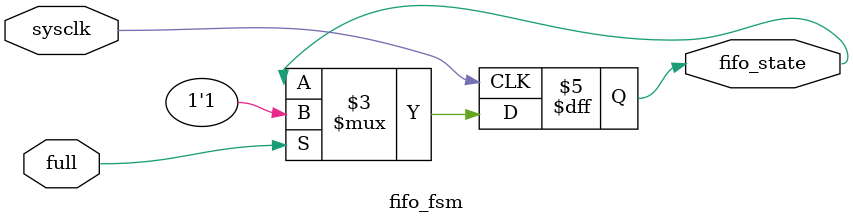
<source format=v>
module fifo_fsm(sysclk, full, fifo_state); 
input sysclk; 
input full;  
output  fifo_state; 
reg fifo_state; 

always @(posedge sysclk)
 if(full == 1) fifo_state <= 1; 
endmodule 

</source>
